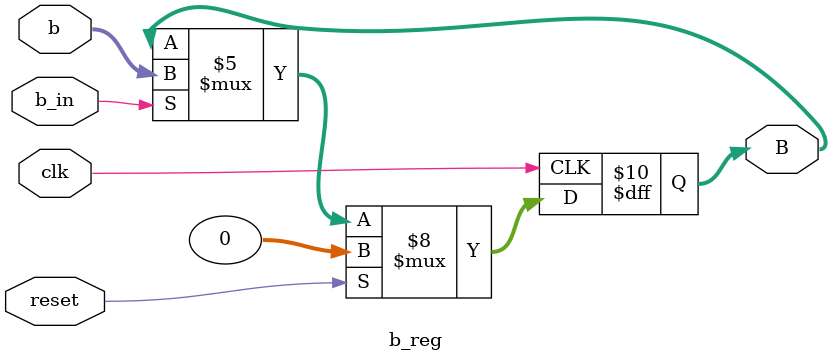
<source format=v>
module b_reg(clk, reset, b_in, b, B);

  input clk, reset, b_in;
  input [31 : 0] b;
  output reg [31 : 0] B = 0;

  // Your code begins here
always @(posedge clk) 
	begin 
		if(reset == 1) begin 
			B <= 0; 
		end else if(b_in == 1) begin
		 	B <= b; 
		end 
	end 
endmodule

</source>
